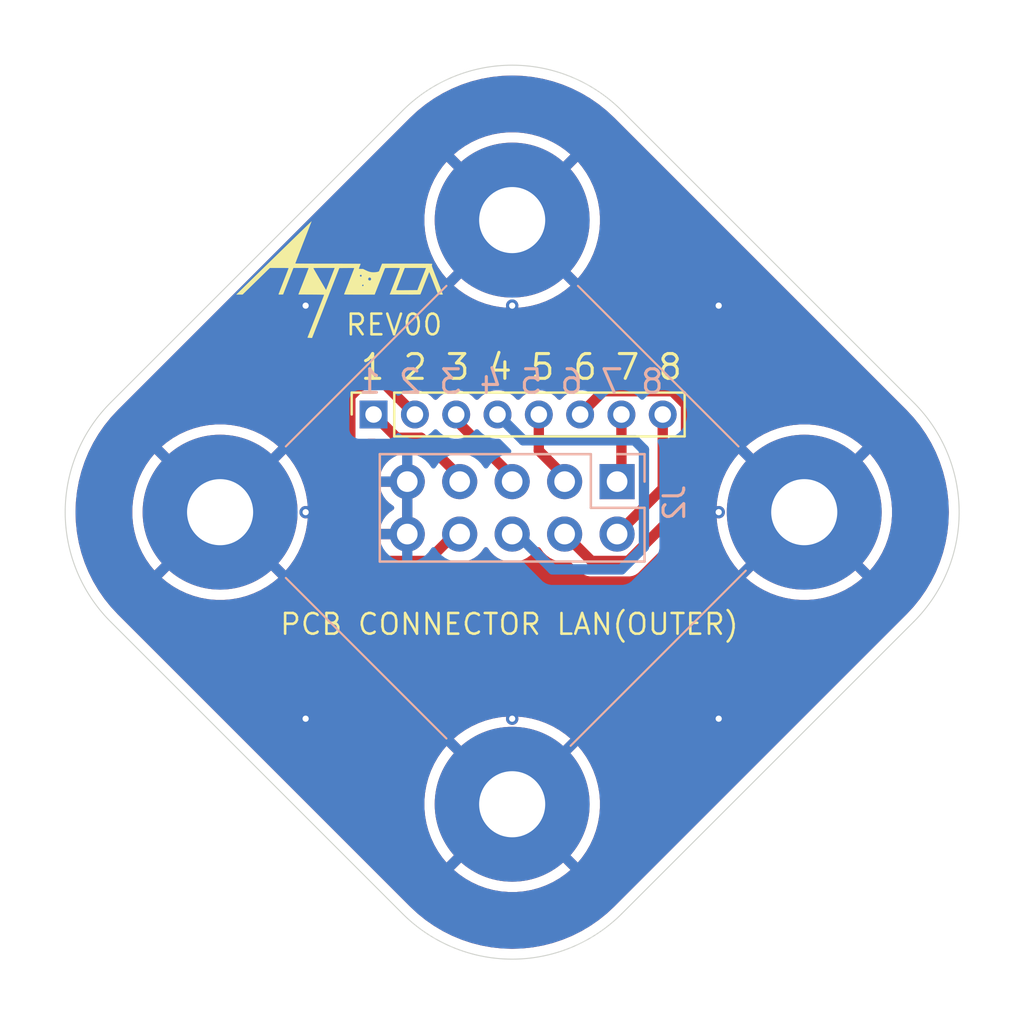
<source format=kicad_pcb>
(kicad_pcb (version 20241229) (generator "pcbnew") (generator_version "9.0")
  (title_block (title "pcb_connector_lan(outer)") (rev "00"))
  (layers (0 "F.Cu" signal) (2 "B.Cu" signal) (13 "F.Paste" user) (15 "B.Paste" user) (5 "F.SilkS" user "F.Silkscreen") (7 "B.SilkS" user "B.Silkscreen") (1 "F.Mask" user) (3 "B.Mask" user) (25 "Edge.Cuts" user))
  (net 0 "")
  (net 1 "Net-(J1-Pin_1)")
  (net 2 "Net-(J1-Pin_2)")
  (net 3 "Net-(J1-Pin_6)")
  (net 4 "Net-(J1-Pin_3)")
  (net 5 "Net-(J1-Pin_7)")
  (net 6 "Net-(J1-Pin_4)")
  (net 7 "Net-(J1-Pin_8)")
  (net 8 "Net-(J1-Pin_5)")
  (net 9 "GND")
  (footprint "custom_M3_pad_library:MountingHole_3.2mm_M3_large_PAD_for_spacer" (layer "F.Cu") (at 57.71572 80.28428)
    (property "Reference" "H3" (hide yes))
    (property "Value" "MountingHole_Pad")
    (pad "1" thru_hole circle (at 0 0) (size 7.5 7.5) (drill 3.2) (layers "*.Cu" "F.Mask") (net 9 "GND"))
  )
  (footprint "custom_M3_pad_library:MountingHole_3.2mm_M3_large_PAD_for_spacer" (layer "F.Cu") (at 57.71572 52)
    (property "Reference" "H1" (hide yes))
    (property "Value" "MountingHole_Pad")
    (pad "1" thru_hole circle (at 0 0) (size 7.5 7.5) (drill 3.2) (layers "*.Cu" "F.Mask") (net 9 "GND"))
  )
  (footprint "custom_M3_pad_library:MountingHole_3.2mm_M3_large_PAD_for_spacer" (layer "F.Cu") (at 43.57358 66.14214)
    (property "Reference" "H2" (hide yes))
    (property "Value" "MountingHole_Pad")
    (pad "1" thru_hole circle (at 0 0) (size 7.5 7.5) (drill 3.2) (layers "*.Cu" "F.Mask") (net 9 "GND"))
  )
  (footprint "aqua_rogo:aqua_rogo" (layer "F.Cu") (at 49.230448 54.828444)
    (property "Reference" "G***" (hide yes))
    (property "Value" "LOGO" (hide yes))
    (fp_poly (pts (xy -1.227114 -2.768369) (xy -1.236997 -2.74129) (xy -1.253263 -2.69798) (xy -1.27545 -2.639639) (xy -1.303095 -2.567463) (xy -1.335737 -2.482651) (xy -1.372914 -2.3864) (xy -1.414163 -2.27991) (xy -1.459023 -2.164376) (xy -1.507031 -2.040998) (xy -1.557726 -1.910973) (xy -1.610644 -1.7755) (xy -1.618788 -1.754674) (xy -1.67202 -1.618406) (xy -1.723097 -1.48735) (xy -1.771555 -1.362708) (xy -1.816932 -1.245684) (xy -1.858767 -1.137482) (xy -1.896595 -1.039304) (xy -1.929955 -0.952354) (xy -1.958383 -0.877835) (xy -1.981419 -0.816951) (xy -1.998598 -0.770904) (xy -2.009458 -0.740898) (xy -2.013537 -0.728136) (xy -2.013537 -0.727787) (xy -2.003268 -0.72695) (xy -1.97406 -0.72614) (xy -1.926982 -0.725361) (xy -1.863105 -0.724618) (xy -1.783496 -0.723916) (xy -1.689226 -0.723261) (xy -1.581364 -0.722658) (xy -1.460978 -0.722111) (xy -1.329139 -0.721626) (xy -1.186915 -0.721207) (xy -1.035376 -0.72086) (xy -0.87559 -0.72059) (xy -0.708628 -0.720402) (xy -0.535558 -0.720301) (xy -0.42958 -0.720284) (xy -0.25344 -0.720235) (xy -0.082813 -0.72009) (xy 0.081237 -0.719856) (xy 0.237643 -0.719537) (xy 0.38534 -0.719139) (xy 0.523263 -0.718668) (xy 0.650345 -0.718128) (xy 0.765521 -0.717525) (xy 0.867724 -0.716864) (xy 0.955891 -0.716151) (xy 1.028954 -0.715391) (xy 1.085847 -0.714589) (xy 1.125506 -0.713751) (xy 1.146865 -0.712883) (xy 1.150452 -0.712347) (xy 1.146915 -0.70047) (xy 1.13728 -0.673981) (xy 1.123017 -0.636789) (xy 1.105592 -0.592806) (xy 1.105435 -0.592414) (xy 1.087994 -0.548426) (xy 1.0737 -0.511235) (xy 1.064019 -0.484738) (xy 1.060417 -0.472832) (xy 1.060417 -0.472801) (xy 1.069723 -0.469606) (xy 1.094852 -0.466995) (xy 1.131622 -0.465293) (xy 1.162957 -0.464815) (xy 1.265498 -0.464446) (xy 1.390547 -0.402559) (xy 1.478714 -0.361764) (xy 1.556764 -0.332553) (xy 1.629934 -0.313683) (xy 1.703463 -0.303912) (xy 1.782589 -0.301996) (xy 1.810712 -0.302871) (xy 1.890188 -0.308697) (xy 1.951473 -0.318774) (xy 1.980779 -0.327183) (xy 2.035801 -0.346625) (xy 2.109977 -0.533454) (xy 2.184154 -0.720284) (xy 3.404057 -0.720284) (xy 3.585813 -0.720274) (xy 3.748597 -0.720232) (xy 3.893442 -0.720144) (xy 4.021385 -0.719994) (xy 4.133459 -0.719769) (xy 4.2307 -0.719453) (xy 4.314144 -0.719031) (xy 4.384823 -0.718488) (xy 4.443775 -0.71781) (xy 4.492034 -0.71698) (xy 4.530634 -0.715985) (xy 4.56061 -0.71481) (xy 4.582998 -0.713438) (xy 4.598833 -0.711857) (xy 4.609149 -0.71005) (xy 4.614981 -0.708003) (xy 4.617365 -0.7057) (xy 4.617335 -0.703127) (xy 4.61721 -0.702777) (xy 4.61046 -0.68193) (xy 4.602257 -0.652385) (xy 4.600435 -0.645255) (xy 4.598772 -0.63706) (xy 4.59817 -0.627839) (xy 4.599103 -0.616256) (xy 4.602048 -0.60098) (xy 4.607478 -0.580678) (xy 4.615869 -0.554018) (xy 4.627695 -0.519665) (xy 4.643433 -0.476288) (xy 4.663556 -0.422554) (xy 4.68854 -0.35713) (xy 4.71886 -0.278683) (xy 4.754991 -0.18588) (xy 4.797407 -0.077389) (xy 4.846584 0.048123) (xy 4.857132 0.075029) (xy 4.900705 0.186153) (xy 4.942207 0.291977) (xy 4.981049 0.391004) (xy 5.016646 0.48174) (xy 5.048409 0.562688) (xy 5.075753 0.632351) (xy 5.098089 0.689235) (xy 5.114831 0.731843) (xy 5.125391 0.758679) (xy 5.129133 0.76813) (xy 5.127369 0.773688) (xy 5.114843 0.777153) (xy 5.088951 0.778758) (xy 5.047089 0.778734) (xy 5.01723 0.778133) (xy 4.900047 0.775305) (xy 4.688404 0.232625) (xy 4.649826 0.133936) (xy 4.613334 0.041029) (xy 4.579582 -0.04446) (xy 4.549226 -0.120893) (xy 4.52292 -0.186632) (xy 4.501319 -0.240041) (xy 4.485077 -0.279482) (xy 4.474849 -0.303319) (xy 4.471361 -0.310089) (xy 4.466839 -0.301044) (xy 4.45574 -0.274995) (xy 4.438725 -0.233593) (xy 4.416454 -0.178487) (xy 4.389588 -0.111326) (xy 4.358788 -0.033761) (xy 4.324713 0.052558) (xy 4.288024 0.145983) (xy 4.257487 0.224084) (xy 4.219091 0.322364) (xy 4.182748 0.415174) (xy 4.149129 0.500821) (xy 4.118901 0.577609) (xy 4.092735 0.643844) (xy 4.071299 0.697831) (xy 4.055263 0.737875) (xy 4.045296 0.762282) (xy 4.042171 0.769363) (xy 4.034229 0.771618) (xy 4.012901 0.773536) (xy 3.977441 0.775126) (xy 3.927101 0.776397) (xy 3.861134 0.777357) (xy 3.778791 0.778014) (xy 3.679325 0.778377) (xy 3.561989 0.778455) (xy 3.426035 0.778255) (xy 3.294142 0.77787) (xy 2.552956 0.775305) (xy 2.639559 0.553507) (xy 2.873762 0.553507) (xy 2.875704 0.556989) (xy 2.881677 0.559832) (xy 2.893277 0.562082) (xy 2.912097 0.563787) (xy 2.939731 0.564994) (xy 2.977772 0.565751) (xy 3.027815 0.566105) (xy 3.091453 0.566102) (xy 3.170281 0.565791) (xy 3.265892 0.565219) (xy 3.379881 0.564432) (xy 3.382685 0.564412) (xy 3.896008 0.560765) (xy 3.915259 0.507972) (xy 3.926013 0.479261) (xy 3.94345 0.433704) (xy 3.966887 0.373053) (xy 3.995637 0.299063) (xy 4.029017 0.21349) (xy 4.066341 0.118086) (xy 4.106925 0.014607) (xy 4.150083 -0.095193) (xy 4.195133 -0.209559) (xy 4.211078 -0.249983) (xy 4.237428 -0.316848) (xy 4.261199 -0.377348) (xy 4.281452 -0.429073) (xy 4.297244 -0.46961) (xy 4.307632 -0.496549) (xy 4.311676 -0.507477) (xy 4.311697 -0.507584) (xy 4.302005 -0.50809) (xy 4.274174 -0.508564) (xy 4.230076 -0.508996) (xy 4.171579 -0.509377) (xy 4.100555 -0.509697) (xy 4.018871 -0.509946) (xy 3.9284 -0.510116) (xy 3.831009 -0.510196) (xy 3.798459 -0.510201) (xy 3.285222 -0.510201) (xy 3.082188 0.010208) (xy 3.044293 0.107447) (xy 3.008525 0.199437) (xy 2.975558 0.284429) (xy 2.946068 0.360674) (xy 2.920729 0.42642) (xy 2.900216 0.479919) (xy 2.885205 0.519421) (xy 2.876369 0.543175) (xy 2.874258 0.549338) (xy 2.873762 0.553507) (xy 2.639559 0.553507) (xy 2.79709 0.150058) (xy 2.838713 0.043414) (xy 2.878266 -0.058009) (xy 2.915132 -0.15263) (xy 2.9487 -0.238868) (xy 2.978353 -0.315143) (xy 3.003479 -0.379876) (xy 3.023463 -0.431486) (xy 3.037691 -0.468393) (xy 3.045549 -0.489017) (xy 3.046886 -0.492695) (xy 3.04737 -0.497288) (xy 3.044293 -0.501002) (xy 3.035773 -0.503929) (xy 3.019931 -0.506162) (xy 2.994887 -0.507795) (xy 2.958761 -0.508919) (xy 2.909671 -0.509629) (xy 2.845739 -0.510017) (xy 2.765084 -0.510176) (xy 2.692803 -0.510201) (xy 2.593594 -0.510048) (xy 2.512827 -0.509553) (xy 2.448938 -0.508662) (xy 2.400364 -0.507322) (xy 2.365541 -0.505479) (xy 2.342905 -0.503079) (xy 2.330893 -0.500069) (xy 2.328015 -0.497697) (xy 2.321575 -0.481437) (xy 2.308661 -0.448587) (xy 2.290048 -0.401128) (xy 2.266508 -0.34104) (xy 2.238818 -0.270304) (xy 2.207749 -0.1909) (xy 2.174078 -0.10481) (xy 2.138577 -0.014015) (xy 2.10202 0.079506) (xy 2.065183 0.17377) (xy 2.028839 0.266798) (xy 1.993761 0.356608) (xy 1.960725 0.441221) (xy 1.930504 0.518654) (xy 1.903872 0.586927) (xy 1.881604 0.64406) (xy 1.864473 0.688071) (xy 1.853254 0.716981) (xy 1.849099 0.727786) (xy 1.829283 0.780307) (xy 1.083638 0.780307) (xy 0.938787 0.780245) (xy 0.81282 0.780048) (xy 0.704613 0.779696) (xy 0.613042 0.779171) (xy 0.536982 0.778454) (xy 0.47531 0.777524) (xy 0.426901 0.776365) (xy 0.390633 0.774955) (xy 0.36538 0.773278) (xy 0.350019 0.771313) (xy 0.343426 0.769041) (xy 0.343059 0.767802) (xy 0.347261 0.757109) (xy 0.358012 0.729652) (xy 0.374582 0.687301) (xy 0.396239 0.631926) (xy 0.422253 0.5654) (xy 0.451891 0.489593) (xy 0.484422 0.406376) (xy 0.512728 0.333961) (xy 1.22048 0.333961) (xy 1.224755 0.358625) (xy 1.240167 0.368393) (xy 1.260121 0.368103) (xy 1.278972 0.361612) (xy 1.287197 0.343968) (xy 1.288543 0.333937) (xy 1.287523 0.310074) (xy 1.27649 0.299018) (xy 1.272457 0.297731) (xy 1.245092 0.298592) (xy 1.225963 0.313943) (xy 1.22048 0.333961) (xy 0.512728 0.333961) (xy 0.519116 0.317619) (xy 0.555241 0.225195) (xy 0.592065 0.130974) (xy 0.628011 0.038998) (xy 1.511462 0.038998) (xy 1.52626 0.069197) (xy 1.536953 0.079305) (xy 1.572292 0.097448) (xy 1.606676 0.095633) (xy 1.631534 0.08132) (xy 1.649788 0.057224) (xy 1.654651 0.026155) (xy 1.648289 -0.01022) (xy 1.627785 -0.033574) (xy 1.593656 -0.045913) (xy 1.567766 -0.047203) (xy 1.546576 -0.03611) (xy 1.536267 -0.026583) (xy 1.514789 0.005753) (xy 1.511462 0.038998) (xy 0.628011 0.038998) (xy 0.628859 0.036828) (xy 0.664889 -0.055374) (xy 0.696327 -0.13583) (xy 1.110437 -0.13583) (xy 1.118198 -0.10807) (xy 1.14039 -0.093536) (xy 1.165409 -0.092086) (xy 1.184749 -0.095783) (xy 1.193318 -0.105855) (xy 1.195439 -0.128481) (xy 1.19547 -0.135054) (xy 1.194027 -0.161037) (xy 1.187013 -0.173264) (xy 1.170405 -0.177923) (xy 1.167354 -0.178293) (xy 1.135549 -0.174825) (xy 1.115649 -0.157585) (xy 1.110437 -0.13583) (xy 0.696327 -0.13583) (xy 0.699426 -0.14376) (xy 0.731738 -0.226458) (xy 0.761093 -0.301598) (xy 0.786761 -0.367309) (xy 0.808009 -0.42172) (xy 0.824108 -0.462959) (xy 0.834325 -0.489156) (xy 0.837695 -0.497822) (xy 0.83532 -0.50121) (xy 0.824231 -0.503898) (xy 0.802826 -0.505932) (xy 0.769501 -0.507357) (xy 0.722652 -0.508217) (xy 0.660678 -0.508558) (xy 0.581973 -0.508423) (xy 0.484937 -0.507859) (xy 0.480364 -0.507826) (xy 0.11816 -0.505199) (xy -0.542813 1.187967) (xy -1.203786 2.881134) (xy -1.239644 2.879299) (xy -1.267638 2.877635) (xy -1.307243 2.874998) (xy -1.350119 2.871945) (xy -1.352132 2.871796) (xy -1.428761 2.866128) (xy -1.024518 1.83072) (xy -0.970906 1.693336) (xy -0.919376 1.561159) (xy -0.870391 1.435386) (xy -0.824414 1.317209) (xy -0.781909 1.207825) (xy -0.743338 1.108427) (xy -0.709165 1.02021) (xy -0.679852 0.944369) (xy -0.655862 0.882098) (xy -0.63766 0.834592) (xy -0.625707 0.803045) (xy -0.620467 0.788653) (xy -0.62026 0.787885) (xy -0.629979 0.786539) (xy -0.65801 0.785191) (xy -0.702658 0.783868) (xy -0.762228 0.782596) (xy -0.835024 0.781404) (xy -0.919351 0.780317) (xy -1.013514 0.779364) (xy -1.115817 0.778572) (xy -1.224565 0.777967) (xy -1.244534 0.777881) (xy -1.868823 0.775305) (xy -1.624622 0.150058) (xy -1.582988 0.043416) (xy -1.543428 -0.058005) (xy -1.506555 -0.152624) (xy -1.472984 -0.238861) (xy -1.443328 -0.315136) (xy -1.418201 -0.379869) (xy -1.398218 -0.431479) (xy -1.383994 -0.468388) (xy -1.376141 -0.489015) (xy -1.374806 -0.492695) (xy -1.374514 -0.495549) (xy -1.136594 -0.495549) (xy -1.13598 -0.492976) (xy -1.129815 -0.481324) (xy -1.114472 -0.454033) (xy -1.090887 -0.412728) (xy -1.059999 -0.359031) (xy -1.022746 -0.294567) (xy -0.980064 -0.220959) (xy -0.932892 -0.139831) (xy -0.882167 -0.052806) (xy -0.848572 0.00472) (xy -0.78388 0.115413) (xy -0.728546 0.210077) (xy -0.681832 0.289955) (xy -0.642996 0.35629) (xy -0.611299 0.410326) (xy -0.586002 0.453305) (xy -0.566365 0.486472) (xy -0.551647 0.511069) (xy -0.54111 0.528339) (xy -0.534013 0.539527) (xy -0.529617 0.545874) (xy -0.527181 0.548625) (xy -0.525967 0.549023) (xy -0.525235 0.548311) (xy -0.525173 0.548241) (xy -0.521113 0.538612) (xy -0.510481 0.512093) (xy -0.493969 0.470436) (xy -0.472266 0.415396) (xy -0.446062 0.348727) (xy -0.416046 0.272181) (xy -0.38291 0.187512) (xy -0.347341 0.096475) (xy -0.335067 0.065025) (xy -0.298171 -0.029535) (xy -0.262956 -0.11977) (xy -0.230195 -0.203705) (xy -0.200657 -0.279366) (xy -0.175115 -0.344777) (xy -0.15434 -0.397963) (xy -0.139102 -0.436949) (xy -0.130173 -0.45976) (xy -0.129026 -0.462683) (xy -0.110336 -0.510201) (xy -0.626463 -0.510201) (xy -0.741394 -0.510169) (xy -0.837892 -0.510036) (xy -0.91753 -0.50975) (xy -0.981883 -0.509257) (xy -1.032525 -0.508505) (xy -1.07103 -0.507439) (xy -1.098972 -0.506006) (xy -1.117925 -0.504155) (xy -1.129464 -0.50183) (xy -1.135162 -0.498979) (xy -1.136594 -0.495549) (xy -1.374514 -0.495549) (xy -1.374341 -0.497239) (xy -1.377396 -0.50092) (xy -1.38583 -0.503827) (xy -1.401503 -0.506048) (xy -1.426275 -0.507671) (xy -1.462003 -0.508785) (xy -1.510549 -0.509478) (xy -1.573772 -0.509838) (xy -1.65353 -0.509954) (xy -1.737511 -0.509925) (xy -2.10583 -0.509648) (xy -2.355974 0.132828) (xy -2.606118 0.775305) (xy -2.718616 0.778133) (xy -2.770442 0.778583) (xy -2.80751 0.777075) (xy -2.827813 0.773736) (xy -2.831115 0.771004) (xy -2.827563 0.760213) (xy -2.817309 0.732358) (xy -2.800952 0.689003) (xy -2.779095 0.631712) (xy -2.752339 0.562048) (xy -2.721285 0.481576) (xy -2.686535 0.391858) (xy -2.648689 0.294458) (xy -2.608349 0.190941) (xy -2.589601 0.14293) (xy -2.548208 0.036912) (xy -2.508915 -0.063881) (xy -2.472337 -0.15786) (xy -2.439091 -0.243435) (xy -2.409791 -0.319017) (xy -2.385054 -0.383016) (xy -2.365496 -0.433844) (xy -2.351733 -0.46991) (xy -2.34438 -0.489625) (xy -2.343338 -0.492695) (xy -2.34316 -0.496828) (xy -2.346196 -0.500256) (xy -2.354129 -0.503044) (xy -2.368644 -0.505259) (xy -2.391424 -0.506965) (xy -2.424154 -0.508228) (xy -2.468518 -0.509115) (xy -2.5262 -0.50969) (xy -2.598884 -0.510019) (xy -2.688255 -0.510167) (xy -2.792739 -0.510201) (xy -3.24689 -0.510201) (xy -3.906844 0.134551) (xy -4.566799 0.779303) (xy -4.721804 0.779805) (xy -4.876809 0.780307) (xy -4.766822 0.671338) (xy -4.729775 0.634756) (xy -4.680829 0.586616) (xy -4.620724 0.527641) (xy -4.550201 0.45855) (xy -4.47 0.380067) (xy -4.380863 0.292912) (xy -4.28353 0.197805) (xy -4.178741 0.095469) (xy -4.067239 -0.013376) (xy -3.949762 -0.128007) (xy -3.827053 -0.247705) (xy -3.699851 -0.371748) (xy -3.568898 -0.499414) (xy -3.434934 -0.629983) (xy -3.298701 -0.762732) (xy -3.160938 -0.896942) (xy -3.022387 -1.03189) (xy -2.883788 -1.166856) (xy -2.745882 -1.301118) (xy -2.60941 -1.433955) (xy -2.475112 -1.564646) (xy -2.34373 -1.692469) (xy -2.216004 -1.816704) (xy -2.092674 -1.936629) (xy -1.974482 -2.051522) (xy -1.862169 -2.160664) (xy -1.756474 -2.263331) (xy -1.65814 -2.358805) (xy -1.567906 -2.446362) (xy -1.486513 -2.525282) (xy -1.414702 -2.594843) (xy -1.353214 -2.654325) (xy -1.302789 -2.703006) (xy -1.264169 -2.740165) (xy -1.238094 -2.76508) (xy -1.225305 -2.777031) (xy -1.224076 -2.778021)) (fill yes) (layer "F.SilkS"))
  )
  (footprint "custom_M3_pad_library:MountingHole_3.2mm_M3_large_PAD_for_spacer" (layer "F.Cu") (at 71.85786 66.14214)
    (property "Reference" "H4" (hide yes))
    (property "Value" "MountingHole_Pad")
    (pad "1" thru_hole circle (at 0 0) (size 7.5 7.5) (drill 3.2) (layers "*.Cu" "F.Mask") (net 9 "GND"))
  )
  (footprint "Connector_PinSocket_2.00mm:PinSocket_1x08_P2.00mm_Vertical" (layer "F.Cu") (at 51.00572 61.412799 90)
    (property "Reference" "J1" (hide yes))
    (property "Value" "Conn_01x08_Pin")
    (fp_line (start 1.06 -1.06) (end 1.06 0) (stroke (width 0.12)) (layer "F.SilkS"))
    (fp_line (start 0 -1.06) (end 1.06 -1.06) (stroke (width 0.12)) (layer "F.SilkS"))
    (fp_line (start 1.06 1) (end 1.06 15.06) (stroke (width 0.12)) (layer "F.SilkS"))
    (fp_line (start -1.06 1) (end 1.06 1) (stroke (width 0.12)) (layer "F.SilkS"))
    (fp_line (start -1.06 1) (end -1.06 15.06) (stroke (width 0.12)) (layer "F.SilkS"))
    (fp_line (start -1.06 15.06) (end 1.06 15.06) (stroke (width 0.12)) (layer "F.SilkS"))
    (pad "1" thru_hole rect (at 0 0 90) (size 1.35 1.35) (drill 0.8) (layers "*.Cu" "*.Mask") (net 1 "Net-(J1-Pin_1)"))
    (pad "2" thru_hole oval (at 0 2 90) (size 1.35 1.35) (drill 0.8) (layers "*.Cu" "*.Mask") (net 2 "Net-(J1-Pin_2)"))
    (pad "3" thru_hole oval (at 0 4 90) (size 1.35 1.35) (drill 0.8) (layers "*.Cu" "*.Mask") (net 4 "Net-(J1-Pin_3)"))
    (pad "4" thru_hole oval (at 0 6 90) (size 1.35 1.35) (drill 0.8) (layers "*.Cu" "*.Mask") (net 6 "Net-(J1-Pin_4)"))
    (pad "5" thru_hole oval (at 0 8 90) (size 1.35 1.35) (drill 0.8) (layers "*.Cu" "*.Mask") (net 8 "Net-(J1-Pin_5)"))
    (pad "6" thru_hole oval (at 0 10 90) (size 1.35 1.35) (drill 0.8) (layers "*.Cu" "*.Mask") (net 3 "Net-(J1-Pin_6)"))
    (pad "7" thru_hole oval (at 0 12 90) (size 1.35 1.35) (drill 0.8) (layers "*.Cu" "*.Mask") (net 5 "Net-(J1-Pin_7)"))
    (pad "8" thru_hole oval (at 0 14 90) (size 1.35 1.35) (drill 0.8) (layers "*.Cu" "*.Mask") (net 7 "Net-(J1-Pin_8)"))
  )
  (footprint "Connector_PinSocket_2.54mm:PinSocket_2x05_P2.54mm_Vertical" (layer "B.Cu") (at 62.79572 64.662799 90)
    (property "Reference" "J2" (at -1.02 2.77 90) (layer "B.SilkS") (effects (justify mirror)))
    (property "Value" "Conn_02x05_Odd_Even")
    (fp_line (start -3.87 -11.49) (end 1.33 -11.49) (stroke (width 0.12)) (layer "B.SilkS"))
    (fp_line (start 1.33 -1.27) (end 1.33 -11.49) (stroke (width 0.12)) (layer "B.SilkS"))
    (fp_line (start -1.27 -1.27) (end 1.33 -1.27) (stroke (width 0.12)) (layer "B.SilkS"))
    (fp_line (start 1.33 1.33) (end 1.33 0) (stroke (width 0.12)) (layer "B.SilkS"))
    (fp_line (start 0 1.33) (end 1.33 1.33) (stroke (width 0.12)) (layer "B.SilkS"))
    (fp_line (start -1.27 1.33) (end -1.27 -1.27) (stroke (width 0.12)) (layer "B.SilkS"))
    (fp_line (start -3.87 1.33) (end -3.87 -11.49) (stroke (width 0.12)) (layer "B.SilkS"))
    (fp_line (start -3.87 1.33) (end -1.27 1.33) (stroke (width 0.12)) (layer "B.SilkS"))
    (pad "1" thru_hole rect (at 0 0 90) (size 1.7 1.7) (drill 1) (layers "*.Cu" "*.Mask") (net 5 "Net-(J1-Pin_7)"))
    (pad "2" thru_hole oval (at -2.54 0 90) (size 1.7 1.7) (drill 1) (layers "*.Cu" "*.Mask") (net 7 "Net-(J1-Pin_8)"))
    (pad "3" thru_hole oval (at 0 -2.54 90) (size 1.7 1.7) (drill 1) (layers "*.Cu" "*.Mask") (net 8 "Net-(J1-Pin_5)"))
    (pad "4" thru_hole oval (at -2.54 -2.54 90) (size 1.7 1.7) (drill 1) (layers "*.Cu" "*.Mask") (net 3 "Net-(J1-Pin_6)"))
    (pad "5" thru_hole oval (at 0 -5.08 90) (size 1.7 1.7) (drill 1) (layers "*.Cu" "*.Mask") (net 4 "Net-(J1-Pin_3)"))
    (pad "6" thru_hole oval (at -2.54 -5.08 90) (size 1.7 1.7) (drill 1) (layers "*.Cu" "*.Mask") (net 6 "Net-(J1-Pin_4)"))
    (pad "7" thru_hole oval (at 0 -7.62 90) (size 1.7 1.7) (drill 1) (layers "*.Cu" "*.Mask") (net 1 "Net-(J1-Pin_1)"))
    (pad "8" thru_hole oval (at -2.54 -7.62 90) (size 1.7 1.7) (drill 1) (layers "*.Cu" "*.Mask") (net 2 "Net-(J1-Pin_2)"))
    (pad "9" thru_hole oval (at 0 -10.16 90) (size 1.7 1.7) (drill 1) (layers "*.Cu" "*.Mask") (net 9 "GND"))
    (pad "10" thru_hole oval (at -2.54 -10.16 90) (size 1.7 1.7) (drill 1) (layers "*.Cu" "*.Mask") (net 9 "GND"))
  )
  (gr_line (start 60.544144 77.455836) (end 69.029416 68.970564) (stroke (width 0.1)) (layer "B.SilkS"))
  (gr_line (start 60.897697 55.181997) (end 68.675863 62.960163) (stroke (width 0.1)) (layer "B.SilkS"))
  (gr_line (start 46.755577 69.324117) (end 54.533743 77.102283) (stroke (width 0.1)) (layer "B.SilkS"))
  (gr_line (start 46.755577 62.960163) (end 54.533743 55.181997) (stroke (width 0.1)) (layer "B.SilkS"))
  (gr_line (start 52.412425 46.696727) (end 38.270307 60.838845) (stroke (width 0.05)) (layer "Edge.Cuts"))
  (gr_line (start 63.019015 85.587553) (end 77.161135 71.445435) (stroke (width 0.05)) (layer "Edge.Cuts"))
  (gr_arc (start 38.270305 71.445435) (mid 36.073608 66.14214) (end 38.270305 60.838845) (stroke (width 0.05)) (layer "Edge.Cuts"))
  (gr_line (start 38.270305 71.445435) (end 52.412425 85.587555) (stroke (width 0.05)) (layer "Edge.Cuts"))
  (gr_line (start 77.161135 60.838847) (end 63.019015 46.696725) (stroke (width 0.05)) (layer "Edge.Cuts"))
  (gr_arc (start 77.161135 60.838845) (mid 79.357832 66.14214) (end 77.161135 71.445435) (stroke (width 0.05)) (layer "Edge.Cuts"))
  (gr_arc (start 52.412425 46.696725) (mid 57.71572 44.500028) (end 63.019015 46.696725) (stroke (width 0.05)) (layer "Edge.Cuts"))
  (gr_arc (start 63.019015 85.587555) (mid 57.71572 87.784252) (end 52.412425 85.587555) (stroke (width 0.05)) (layer "Edge.Cuts"))
  (gr_text "REV00" (at 49.584001 57.656868 0) (layer "F.SilkS") (effects (font (size 1 1) (thickness 0.125)) (justify left bottom)))
  (gr_text "1 2 3 4 5 6 7 8" (at 50.291107 59.81661 0) (layer "F.SilkS") (effects (font (size 1.2 1.2)) (justify left bottom)))
  (gr_text "PCB CONNECTOR LAN(OUTER)" (at 46.402024 72.152541 0) (layer "F.SilkS") (effects (font (size 1 1) (thickness 0.125)) (justify left bottom)))
  (gr_text "8 7 6 5 4 3 2 1" (at 65.140333 60.485292 0) (layer "B.SilkS") (effects (font (size 1.14 1.14)) (justify left bottom mirror)))
  (segment (start 53.30172 62.538799) (end 52.13172 62.538799) (width 0.5) (layer "F.Cu") (net 1))
  (segment (start 52.13172 62.538799) (end 51.00572 61.412799) (width 0.5) (layer "F.Cu") (net 1))
  (segment (start 55.17572 64.412799) (end 53.30172 62.538799) (width 0.5) (layer "F.Cu") (net 1))
  (segment (start 51.09672 68.503799) (end 53.62472 68.503799) (width 0.5) (layer "F.Cu") (net 2))
  (segment (start 50.50572 59.912799) (end 49.87972 60.538799) (width 0.5) (layer "F.Cu") (net 2))
  (segment (start 49.87972 60.538799) (end 49.87972 67.286799) (width 0.5) (layer "F.Cu") (net 2))
  (segment (start 53.62472 68.503799) (end 55.17572 66.952799) (width 0.5) (layer "F.Cu") (net 2))
  (segment (start 53.00572 61.412799) (end 51.50572 59.912799) (width 0.5) (layer "F.Cu") (net 2))
  (segment (start 51.50572 59.912799) (end 50.50572 59.912799) (width 0.5) (layer "F.Cu") (net 2))
  (segment (start 49.87972 67.286799) (end 51.09672 68.503799) (width 0.5) (layer "F.Cu") (net 2))
  (segment (start 66.13172 65.706691) (end 63.334612 68.503799) (width 0.5) (layer "F.Cu") (net 3))
  (segment (start 61.55672 68.503799) (end 60.25572 67.202799) (width 0.5) (layer "F.Cu") (net 3))
  (segment (start 63.334612 68.503799) (end 61.55672 68.503799) (width 0.5) (layer "F.Cu") (net 3))
  (segment (start 66.13172 60.946394) (end 66.13172 65.706691) (width 0.5) (layer "F.Cu") (net 3))
  (segment (start 62.13172 60.286799) (end 65.472125 60.286799) (width 0.5) (layer "F.Cu") (net 3))
  (segment (start 61.00572 61.412799) (end 62.13172 60.286799) (width 0.5) (layer "F.Cu") (net 3))
  (segment (start 65.472125 60.286799) (end 66.13172 60.946394) (width 0.5) (layer "F.Cu") (net 3))
  (segment (start 55.00572 61.412799) (end 55.00572 61.702799) (width 0.5) (layer "F.Cu") (net 4))
  (segment (start 55.00572 61.702799) (end 57.71572 64.412799) (width 0.5) (layer "F.Cu") (net 4))
  (segment (start 63.00572 61.412799) (end 63.00572 64.202799) (width 0.5) (layer "F.Cu") (net 5))
  (segment (start 63.00572 64.202799) (end 62.79572 64.412799) (width 0.5) (layer "F.Cu") (net 5))
  (segment (start 59.67572 68.912799) (end 63.00572 68.912799) (width 0.5) (layer "B.Cu") (net 6))
  (segment (start 63.64772 62.662799) (end 64.09672 63.111799) (width 0.5) (layer "B.Cu") (net 6))
  (segment (start 57.00572 61.412799) (end 58.25572 62.662799) (width 0.5) (layer "B.Cu") (net 6))
  (segment (start 59.67572 68.912799) (end 57.71572 66.952799) (width 0.5) (layer "B.Cu") (net 6))
  (segment (start 58.25572 62.662799) (end 63.64772 62.662799) (width 0.5) (layer "B.Cu") (net 6))
  (segment (start 64.09672 67.821799) (end 63.00572 68.912799) (width 0.5) (layer "B.Cu") (net 6))
  (segment (start 64.09672 63.111799) (end 64.09672 67.821799) (width 0.5) (layer "B.Cu") (net 6))
  (segment (start 65.00572 64.992799) (end 63.04572 66.952799) (width 0.5) (layer "F.Cu") (net 7))
  (segment (start 63.04572 66.952799) (end 62.79572 66.952799) (width 0.5) (layer "F.Cu") (net 7))
  (segment (start 65.00572 61.412799) (end 65.00572 64.992799) (width 0.5) (layer "F.Cu") (net 7))
  (segment (start 59.00572 63.162799) (end 60.25572 64.412799) (width 0.5) (layer "F.Cu") (net 8))
  (segment (start 59.00572 61.412799) (end 59.00572 63.162799) (width 0.5) (layer "F.Cu") (net 8))
  (via (at 47.71572 66.14214) (size 0.6) (drill 0.3) (layers "F.Cu" "B.Cu") (net 9))
  (via (at 67.71572 66.14214) (size 0.6) (drill 0.3) (layers "F.Cu" "B.Cu") (net 9))
  (via (at 57.71572 56.14214) (size 0.6) (drill 0.3) (layers "F.Cu" "B.Cu") (net 9))
  (via (at 47.71572 76.14214) (size 0.6) (drill 0.3) (layers "F.Cu" "B.Cu") (net 9))
  (via (at 47.71572 56.14214) (size 0.6) (drill 0.3) (layers "F.Cu" "B.Cu") (net 9))
  (via (at 67.71572 56.14214) (size 0.6) (drill 0.3) (layers "F.Cu" "B.Cu") (net 9))
  (via (at 57.71572 76.14214) (size 0.6) (drill 0.3) (layers "F.Cu" "B.Cu") (net 9))
  (via (at 67.71572 76.14214) (size 0.6) (drill 0.3) (layers "F.Cu" "B.Cu") (net 9))
  (zone (net 9) (net_name "GND") (layers "F.Cu" "B.Cu") (connect_pads (clearance 0.5)) (min_thickness 0.25) (fill yes (thermal_gap 0.5) (thermal_bridge_width 0.5))
    (polygon (pts (xy 57.71572 41.393395) (xy 32.966975 66.14214) (xy 57.71572 90.890885) (xy 82.464465 66.14214)))
  )
)
</source>
